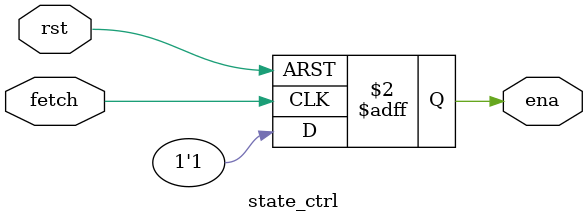
<source format=v>
`timescale 1ns / 1ps

module state_ctrl(ena,fetch,rst);
output ena;
input fetch,rst;
reg ena;
always @(posedge fetch or posedge rst)
    begin
        if(rst)
            ena<=0;
        else
            ena<=1;
//state_ctrl模块的作用就是：在fetch上升沿时刻，如果rst是高，那就enable为低，否则就正常工作
    end
endmodule


</source>
